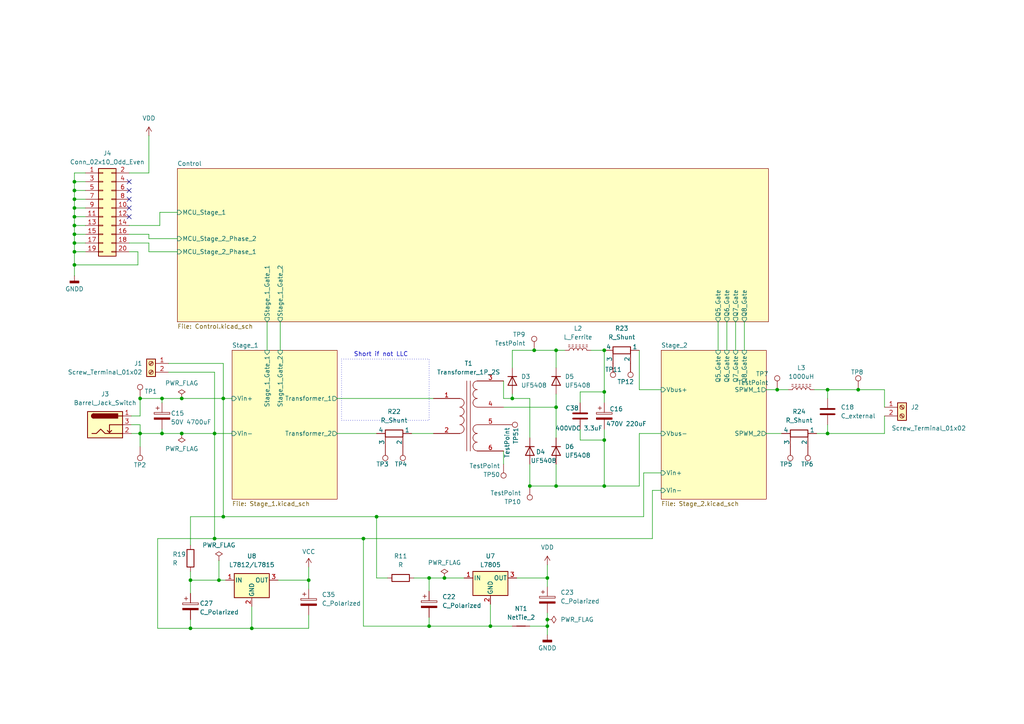
<source format=kicad_sch>
(kicad_sch (version 20250114) (generator "eeschema") (generator_version "9.0")
  (paper "A4")
  (title_block (title "24V DC- 110V AC Converter Overview") (date "2025-05-19"))
  (lib_symbols
    (symbol "Connector:Barrel_Jack_Switch" (pin_names (hide yes))
      (property "Reference" "J" (at 0 5.334 0))
      (property "Value" "Barrel_Jack_Switch" (at 0 -5.08 0))
      (symbol "Barrel_Jack_Switch_0_1"
        (rectangle (start -5.08 3.81) (end 5.08 -3.81) (stroke (width 0.254)) (fill (type background)))
        (polyline (pts (xy -3.81 -2.54) (xy -2.54 -2.54) (xy -1.27 -1.27) (xy 0 -2.54) (xy 2.54 -2.54) (xy 5.08 -2.54)) (stroke (width 0.254)))
        (arc (start -3.302 1.905) (mid -3.9343 2.54) (end -3.302 3.175) (stroke (width 0.254)))
        (arc (start -3.302 1.905) (mid -3.9343 2.54) (end -3.302 3.175) (stroke (width 0.254)) (fill (type outline)))
        (polyline (pts (xy 1.27 -2.286) (xy 1.905 -1.651)) (stroke (width 0.254)))
        (rectangle (start 3.683 3.175) (end -3.302 1.905) (stroke (width 0.254)) (fill (type outline)))
        (polyline (pts (xy 5.08 2.54) (xy 3.81 2.54)) (stroke (width 0.254)))
        (polyline (pts (xy 5.08 0) (xy 1.27 0) (xy 1.27 -2.286) (xy 0.635 -1.651)) (stroke (width 0.254)))
      )
      (symbol "Barrel_Jack_Switch_1_1"
        (pin passive line (at 7.62 2.54 180) (length 2.54) (name "~") (number "1"))
        (pin passive line (at 7.62 0 180) (length 2.54) (name "~") (number "3"))
        (pin passive line (at 7.62 -2.54 180) (length 2.54) (name "~") (number "2"))
      )
    )
    (symbol "Connector:Screw_Terminal_01x02" (pin_names (offset 1.016) (hide yes))
      (property "Reference" "J" (at 0 2.54 0))
      (property "Value" "Screw_Terminal_01x02" (at 0 -5.08 0))
      (symbol "Screw_Terminal_01x02_1_1"
        (rectangle (start -1.27 1.27) (end 1.27 -3.81) (stroke (width 0.254)) (fill (type background)))
        (polyline (pts (xy -0.5334 0.3302) (xy 0.3302 -0.508)) (stroke (width 0.1524)))
        (polyline (pts (xy -0.5334 -2.2098) (xy 0.3302 -3.048)) (stroke (width 0.1524)))
        (polyline (pts (xy -0.3556 0.508) (xy 0.508 -0.3302)) (stroke (width 0.1524)))
        (polyline (pts (xy -0.3556 -2.032) (xy 0.508 -2.8702)) (stroke (width 0.1524)))
        (circle (center 0 0) (radius 0.635) (stroke (width 0.1524)))
        (circle (center 0 -2.54) (radius 0.635) (stroke (width 0.1524)))
        (pin passive line (at -5.08 0 0) (length 3.81) (name "Pin_1") (number "1"))
        (pin passive line (at -5.08 -2.54 0) (length 3.81) (name "Pin_2") (number "2"))
      )
    )
    (symbol "Connector:TestPoint" (pin_numbers (hide yes)) (pin_names (offset 0.762) (hide yes))
      (property "Reference" "TP" (at 0 6.858 0))
      (property "Value" "TestPoint" (at 0 5.08 0))
      (symbol "TestPoint_0_1"
        (circle (center 0 3.302) (radius 0.762))
      )
      (symbol "TestPoint_1_1"
        (pin passive line (at 0 0 90) (length 2.54) (name "1") (number "1"))
      )
    )
    (symbol "Connector_Generic:Conn_02x10_Odd_Even" (pin_names (offset 1.016) (hide yes))
      (property "Reference" "J" (at 1.27 12.7 0))
      (property "Value" "Conn_02x10_Odd_Even" (at 1.27 -15.24 0))
      (symbol "Conn_02x10_Odd_Even_1_1"
        (rectangle (start -1.27 11.43) (end 3.81 -13.97) (stroke (width 0.254)) (fill (type background)))
        (rectangle (start -1.27 10.287) (end 0 10.033) (stroke (width 0.1524)))
        (rectangle (start -1.27 7.747) (end 0 7.493) (stroke (width 0.1524)))
        (rectangle (start -1.27 5.207) (end 0 4.953) (stroke (width 0.1524)))
        (rectangle (start -1.27 2.667) (end 0 2.413) (stroke (width 0.1524)))
        (rectangle (start -1.27 0.127) (end 0 -0.127) (stroke (width 0.1524)))
        (rectangle (start -1.27 -2.413) (end 0 -2.667) (stroke (width 0.1524)))
        (rectangle (start -1.27 -4.953) (end 0 -5.207) (stroke (width 0.1524)))
        (rectangle (start -1.27 -7.493) (end 0 -7.747) (stroke (width 0.1524)))
        (rectangle (start -1.27 -10.033) (end 0 -10.287) (stroke (width 0.1524)))
        (rectangle (start -1.27 -12.573) (end 0 -12.827) (stroke (width 0.1524)))
        (rectangle (start 3.81 10.287) (end 2.54 10.033) (stroke (width 0.1524)))
        (rectangle (start 3.81 7.747) (end 2.54 7.493) (stroke (width 0.1524)))
        (rectangle (start 3.81 5.207) (end 2.54 4.953) (stroke (width 0.1524)))
        (rectangle (start 3.81 2.667) (end 2.54 2.413) (stroke (width 0.1524)))
        (rectangle (start 3.81 0.127) (end 2.54 -0.127) (stroke (width 0.1524)))
        (rectangle (start 3.81 -2.413) (end 2.54 -2.667) (stroke (width 0.1524)))
        (rectangle (start 3.81 -4.953) (end 2.54 -5.207) (stroke (width 0.1524)))
        (rectangle (start 3.81 -7.493) (end 2.54 -7.747) (stroke (width 0.1524)))
        (rectangle (start 3.81 -10.033) (end 2.54 -10.287) (stroke (width 0.1524)))
        (rectangle (start 3.81 -12.573) (end 2.54 -12.827) (stroke (width 0.1524)))
        (pin passive line (at -5.08 10.16 0) (length 3.81) (name "Pin_1") (number "1"))
        (pin passive line (at -5.08 7.62 0) (length 3.81) (name "Pin_3") (number "3"))
        (pin passive line (at -5.08 5.08 0) (length 3.81) (name "Pin_5") (number "5"))
        (pin passive line (at -5.08 2.54 0) (length 3.81) (name "Pin_7") (number "7"))
        (pin passive line (at -5.08 0 0) (length 3.81) (name "Pin_9") (number "9"))
        (pin passive line (at -5.08 -2.54 0) (length 3.81) (name "Pin_11") (number "11"))
        (pin passive line (at -5.08 -5.08 0) (length 3.81) (name "Pin_13") (number "13"))
        (pin passive line (at -5.08 -7.62 0) (length 3.81) (name "Pin_15") (number "15"))
        (pin passive line (at -5.08 -10.16 0) (length 3.81) (name "Pin_17") (number "17"))
        (pin passive line (at -5.08 -12.7 0) (length 3.81) (name "Pin_19") (number "19"))
        (pin passive line (at 7.62 10.16 180) (length 3.81) (name "Pin_2") (number "2"))
        (pin passive line (at 7.62 7.62 180) (length 3.81) (name "Pin_4") (number "4"))
        (pin passive line (at 7.62 5.08 180) (length 3.81) (name "Pin_6") (number "6"))
        (pin passive line (at 7.62 2.54 180) (length 3.81) (name "Pin_8") (number "8"))
        (pin passive line (at 7.62 0 180) (length 3.81) (name "Pin_10") (number "10"))
        (pin passive line (at 7.62 -2.54 180) (length 3.81) (name "Pin_12") (number "12"))
        (pin passive line (at 7.62 -5.08 180) (length 3.81) (name "Pin_14") (number "14"))
        (pin passive line (at 7.62 -7.62 180) (length 3.81) (name "Pin_16") (number "16"))
        (pin passive line (at 7.62 -10.16 180) (length 3.81) (name "Pin_18") (number "18"))
        (pin passive line (at 7.62 -12.7 180) (length 3.81) (name "Pin_20") (number "20"))
      )
    )
    (symbol "Device:C" (pin_numbers (hide yes)) (pin_names (offset 0.254))
      (property "Reference" "C" (at 0.635 2.54 0))
      (property "Value" "C" (at 0.635 -2.54 0))
      (symbol "C_0_1"
        (polyline (pts (xy -2.032 0.762) (xy 2.032 0.762)) (stroke (width 0.508)))
        (polyline (pts (xy -2.032 -0.762) (xy 2.032 -0.762)) (stroke (width 0.508)))
      )
      (symbol "C_1_1"
        (pin passive line (at 0 3.81 270) (length 2.794) (name "~") (number "1"))
        (pin passive line (at 0 -3.81 90) (length 2.794) (name "~") (number "2"))
      )
    )
    (symbol "Device:C_Polarized" (pin_numbers (hide yes)) (pin_names (offset 0.254))
      (property "Reference" "C" (at 0.635 2.54 0))
      (property "Value" "C_Polarized" (at 0.635 -2.54 0))
      (symbol "C_Polarized_0_1"
        (rectangle (start -2.286 0.508) (end 2.286 1.016))
        (polyline (pts (xy -1.778 2.286) (xy -0.762 2.286)))
        (polyline (pts (xy -1.27 2.794) (xy -1.27 1.778)))
        (rectangle (start 2.286 -0.508) (end -2.286 -1.016) (fill (type outline)))
      )
      (symbol "C_Polarized_1_1"
        (pin passive line (at 0 3.81 270) (length 2.794) (name "~") (number "1"))
        (pin passive line (at 0 -3.81 90) (length 2.794) (name "~") (number "2"))
      )
    )
    (symbol "Device:L_Ferrite" (pin_numbers (hide yes)) (pin_names (offset 1.016) (hide yes))
      (property "Reference" "L" (at -1.27 0 90))
      (property "Value" "L_Ferrite" (at 2.794 0 90))
      (symbol "L_Ferrite_0_1"
        (arc (start 0 2.54) (mid 0.6323 1.905) (end 0 1.27))
        (arc (start 0 1.27) (mid 0.6323 0.635) (end 0 0))
        (arc (start 0 0) (mid 0.6323 -0.635) (end 0 -1.27))
        (arc (start 0 -1.27) (mid 0.6323 -1.905) (end 0 -2.54))
        (polyline (pts (xy 1.016 2.286) (xy 1.016 2.794)))
        (polyline (pts (xy 1.016 1.27) (xy 1.016 1.778)))
        (polyline (pts (xy 1.016 0.254) (xy 1.016 0.762)))
        (polyline (pts (xy 1.016 -0.762) (xy 1.016 -0.254)))
        (polyline (pts (xy 1.016 -1.778) (xy 1.016 -1.27)))
        (polyline (pts (xy 1.016 -2.794) (xy 1.016 -2.286)))
        (polyline (pts (xy 1.524 2.794) (xy 1.524 2.286)))
        (polyline (pts (xy 1.524 1.778) (xy 1.524 1.27)))
        (polyline (pts (xy 1.524 0.762) (xy 1.524 0.254)))
        (polyline (pts (xy 1.524 -0.254) (xy 1.524 -0.762)))
        (polyline (pts (xy 1.524 -1.27) (xy 1.524 -1.778)))
        (polyline (pts (xy 1.524 -2.286) (xy 1.524 -2.794)))
      )
      (symbol "L_Ferrite_1_1"
        (pin passive line (at 0 3.81 270) (length 1.27) (name "1") (number "1"))
        (pin passive line (at 0 -3.81 90) (length 1.27) (name "2") (number "2"))
      )
    )
    (symbol "Device:NetTie_2" (pin_numbers (hide yes)) (pin_names (offset 0) (hide yes)) (in_bom no)
      (property "Reference" "NT" (at 0 1.27 0))
      (property "Value" "NetTie_2" (at 0 -1.27 0))
      (symbol "NetTie_2_0_1"
        (polyline (pts (xy -1.27 0) (xy 1.27 0)) (stroke (width 0.254)))
      )
      (symbol "NetTie_2_1_1"
        (pin passive line (at -2.54 0 0) (length 2.54) (name "1") (number "1"))
        (pin passive line (at 2.54 0 180) (length 2.54) (name "2") (number "2"))
      )
    )
    (symbol "Device:R" (pin_numbers (hide yes)) (pin_names (offset 0))
      (property "Reference" "R" (at 2.032 0 90))
      (property "Value" "R" (at 0 0 90))
      (symbol "R_0_1"
        (rectangle (start -1.016 -2.54) (end 1.016 2.54) (stroke (width 0.254)))
      )
      (symbol "R_1_1"
        (pin passive line (at 0 3.81 270) (length 1.27) (name "~") (number "1"))
        (pin passive line (at 0 -3.81 90) (length 1.27) (name "~") (number "2"))
      )
    )
    (symbol "Device:R_Shunt" (pin_numbers (hide yes)) (pin_names (offset 0))
      (property "Reference" "R" (at -4.445 0 90))
      (property "Value" "R_Shunt" (at -2.54 0 90))
      (symbol "R_Shunt_0_1"
        (rectangle (start -1.016 -2.54) (end 1.016 2.54) (stroke (width 0.254)))
        (polyline (pts (xy 0 -2.54) (xy 1.27 -2.54)))
        (polyline (pts (xy 1.27 2.54) (xy 0 2.54)))
      )
      (symbol "R_Shunt_1_1"
        (pin passive line (at 0 5.08 270) (length 2.54) (name "1") (number "1"))
        (pin passive line (at 0 -5.08 90) (length 2.54) (name "4") (number "4"))
        (pin passive line (at 3.81 2.54 180) (length 2.54) (name "2") (number "2"))
        (pin passive line (at 3.81 -2.54 180) (length 2.54) (name "3") (number "3"))
      )
    )
    (symbol "Device:Transformer_1P_2S" (pin_names (offset 1.016) (hide yes))
      (property "Reference" "T" (at 0 12.7 0))
      (property "Value" "Transformer_1P_2S" (at 0 -12.7 0))
      (symbol "Transformer_1P_2S_0_1"
        (arc (start -1.27 3.81) (mid -1.656 2.9336) (end -2.54 2.5654))
        (arc (start -1.27 1.27) (mid -1.656 0.3936) (end -2.54 0.0254))
        (arc (start -1.27 -1.27) (mid -1.656 -2.1464) (end -2.54 -2.5146))
        (arc (start -1.27 -3.81) (mid -1.656 -4.6864) (end -2.54 -5.0546))
        (arc (start -2.54 5.08) (mid -1.642 4.708) (end -1.27 3.81))
        (arc (start -2.54 2.54) (mid -1.642 2.168) (end -1.27 1.27))
        (arc (start -2.54 0) (mid -1.642 -0.372) (end -1.27 -1.27))
        (arc (start -2.54 -2.54) (mid -1.642 -2.912) (end -1.27 -3.81))
        (polyline (pts (xy -0.508 -10.16) (xy -0.508 10.16)))
        (polyline (pts (xy 0.508 10.16) (xy 0.508 -10.16)))
        (arc (start 1.2954 8.89) (mid 1.6457 9.7917) (end 2.54 10.16))
        (arc (start 1.2954 6.35) (mid 1.6457 7.2517) (end 2.54 7.62))
        (arc (start 1.2954 3.81) (mid 1.6457 4.7117) (end 2.54 5.08))
        (arc (start 1.2954 -3.81) (mid 1.6457 -2.9083) (end 2.54 -2.54))
        (arc (start 1.2954 -6.35) (mid 1.6457 -5.4483) (end 2.54 -5.08))
        (arc (start 1.2954 -8.89) (mid 1.6457 -7.9883) (end 2.54 -7.62))
        (arc (start 2.54 7.6454) (mid 1.6599 8.0099) (end 1.2954 8.89))
        (arc (start 2.54 5.1054) (mid 1.6599 5.4699) (end 1.2954 6.35))
        (arc (start 2.54 2.5654) (mid 1.6599 2.9299) (end 1.2954 3.81))
        (arc (start 2.54 -5.0546) (mid 1.6599 -4.6901) (end 1.2954 -3.81))
        (arc (start 2.54 -7.5946) (mid 1.6599 -7.2301) (end 1.2954 -6.35))
        (arc (start 2.54 -10.1346) (mid 1.6599 -9.7701) (end 1.2954 -8.89))
      )
      (symbol "Transformer_1P_2S_1_1"
        (pin passive line (at -10.16 5.08 0) (length 7.62) (name "AA") (number "1"))
        (pin passive line (at -10.16 -5.08 0) (length 7.62) (name "AB") (number "2"))
        (pin passive line (at 10.16 10.16 180) (length 7.62) (name "SA") (number "3"))
        (pin passive line (at 10.16 2.54 180) (length 7.62) (name "SB") (number "4"))
        (pin passive line (at 10.16 -2.54 180) (length 7.62) (name "SC") (number "5"))
        (pin passive line (at 10.16 -10.16 180) (length 7.62) (name "SD") (number "6"))
      )
    )
    (symbol "Diode:UF5408" (pin_numbers (hide yes)) (pin_names (hide yes))
      (property "Reference" "D" (at 0 2.54 0))
      (property "Value" "UF5408" (at 0 -2.54 0))
      (symbol "UF5408_0_1"
        (polyline (pts (xy -1.27 1.27) (xy -1.27 -1.27)) (stroke (width 0.254)))
        (polyline (pts (xy 1.27 1.27) (xy 1.27 -1.27) (xy -1.27 0) (xy 1.27 1.27)) (stroke (width 0.254)))
        (polyline (pts (xy 1.27 0) (xy -1.27 0)))
      )
      (symbol "UF5408_1_1"
        (pin passive line (at -3.81 0 0) (length 2.54) (name "K") (number "1"))
        (pin passive line (at 3.81 0 180) (length 2.54) (name "A") (number "2"))
      )
    )
    (symbol "Regulator_Linear:L7805" (pin_names (offset 0.254))
      (property "Reference" "U" (at -3.81 3.175 0))
      (property "Value" "L7805" (at 0 3.175 0))
      (symbol "L7805_0_1"
        (rectangle (start -5.08 1.905) (end 5.08 -5.08) (stroke (width 0.254)) (fill (type background)))
      )
      (symbol "L7805_1_1"
        (pin power_in line (at -7.62 0 0) (length 2.54) (name "IN") (number "1"))
        (pin power_in line (at 0 -7.62 90) (length 2.54) (name "GND") (number "2"))
        (pin power_out line (at 7.62 0 180) (length 2.54) (name "OUT") (number "3"))
      )
    )
    (symbol "Regulator_Linear:L7812" (pin_names (offset 0.254))
      (property "Reference" "U" (at -3.81 3.175 0))
      (property "Value" "L7812" (at 0 3.175 0))
      (symbol "L7812_0_1"
        (rectangle (start -5.08 1.905) (end 5.08 -5.08) (stroke (width 0.254)) (fill (type background)))
      )
      (symbol "L7812_1_1"
        (pin power_in line (at -7.62 0 0) (length 2.54) (name "IN") (number "1"))
        (pin power_in line (at 0 -7.62 90) (length 2.54) (name "GND") (number "2"))
        (pin power_out line (at 7.62 0 180) (length 2.54) (name "OUT") (number "3"))
      )
    )
    (symbol "power:GNDD" (power) (pin_numbers (hide yes)) (pin_names (offset 0) (hide yes))
      (property "Value" "GNDD" (at 0 -3.175 0))
      (symbol "GNDD_0_1"
        (rectangle (start -1.27 -1.524) (end 1.27 -2.032) (stroke (width 0.254)) (fill (type outline)))
        (polyline (pts (xy 0 0) (xy 0 -1.524)))
      )
      (symbol "GNDD_1_1"
        (pin power_in line (at 0 0 270) (length 0) (name "~") (number "1"))
      )
    )
    (symbol "power:PWR_FLAG" (power) (pin_numbers (hide yes)) (pin_names (offset 0) (hide yes))
      (property "Value" "PWR_FLAG" (at 0 3.81 0))
      (symbol "PWR_FLAG_0_0"
        (pin power_out line (at 0 0 90) (length 0) (name "~") (number "1"))
      )
      (symbol "PWR_FLAG_0_1"
        (polyline (pts (xy 0 0) (xy 0 1.27) (xy -1.016 1.905) (xy 0 2.54) (xy 1.016 1.905) (xy 0 1.27)))
      )
    )
    (symbol "power:VCC" (power) (pin_numbers (hide yes)) (pin_names (offset 0) (hide yes))
      (property "Value" "VCC" (at 0 3.556 0))
      (symbol "VCC_0_1"
        (polyline (pts (xy -0.762 1.27) (xy 0 2.54)))
        (polyline (pts (xy 0 2.54) (xy 0.762 1.27)))
        (polyline (pts (xy 0 0) (xy 0 2.54)))
      )
      (symbol "VCC_1_1"
        (pin power_in line (at 0 0 90) (length 0) (name "~") (number "1"))
      )
    )
    (symbol "power:VDD" (power) (pin_numbers (hide yes)) (pin_names (offset 0) (hide yes))
      (property "Value" "VDD" (at 0 3.556 0))
      (symbol "VDD_0_1"
        (polyline (pts (xy -0.762 1.27) (xy 0 2.54)))
        (polyline (pts (xy 0 2.54) (xy 0.762 1.27)))
        (polyline (pts (xy 0 0) (xy 0 2.54)))
      )
      (symbol "VDD_1_1"
        (pin power_in line (at 0 0 90) (length 0) (name "~") (number "1"))
      )
    )
  )
  (rectangle (start 99.06 104.14) (end 124.46 121.92) (stroke (width 0) (type dot)))
  (text "Short if not LLC" (at 110.49 102.87 0) (effects (font (size 1.27 1.27))))
  (junction (at 21.59 76.835))
  (junction (at 55.245 182.245))
  (junction (at 21.59 57.785))
  (junction (at 64.77 115.57))
  (junction (at 240.03 125.73))
  (junction (at 21.59 62.865))
  (junction (at 62.23 125.73))
  (junction (at 175.26 140.97))
  (junction (at 225.425 113.03))
  (junction (at 21.59 60.325))
  (junction (at 124.46 167.64))
  (junction (at 175.26 127.635))
  (junction (at 52.705 115.57))
  (junction (at 21.59 55.245))
  (junction (at 21.59 67.945))
  (junction (at 40.64 115.57))
  (junction (at 154.94 101.6))
  (junction (at 52.705 125.73))
  (junction (at 128.905 167.64))
  (junction (at 105.41 156.21))
  (junction (at 21.59 73.025))
  (junction (at 142.24 181.61))
  (junction (at 64.77 149.86))
  (junction (at 55.245 168.275))
  (junction (at 158.75 181.61))
  (junction (at 148.59 115.57))
  (junction (at 73.025 182.245))
  (junction (at 40.64 125.73))
  (junction (at 62.23 156.21))
  (junction (at 175.26 113.665))
  (junction (at 161.29 118.11))
  (junction (at 158.75 179.705))
  (junction (at 63.5 168.275))
  (junction (at 153.67 140.97))
  (junction (at 21.59 52.705))
  (junction (at 158.75 167.64))
  (junction (at 46.99 115.57))
  (junction (at 46.99 125.73))
  (junction (at 240.03 113.03))
  (junction (at 89.535 168.275))
  (junction (at 21.59 65.405))
  (junction (at 21.59 70.485))
  (junction (at 175.26 101.6))
  (junction (at 161.29 140.97))
  (junction (at 161.29 101.6))
  (junction (at 248.92 113.03))
  (junction (at 124.46 181.61))
  (junction (at 109.22 149.86))
  (no_connect (at 37.465 55.245))
  (no_connect (at 37.465 57.785))
  (no_connect (at 37.465 62.865))
  (no_connect (at 37.465 52.705))
  (no_connect (at 37.465 60.325))
  (wire (pts (xy 40.64 120.65) (xy 38.1 120.65)))
  (wire (pts (xy 45.72 182.245) (xy 45.72 156.21)))
  (wire (pts (xy 236.22 113.03) (xy 240.03 113.03)))
  (wire (pts (xy 51.435 61.595) (xy 46.355 61.595)))
  (wire (pts (xy 43.18 73.025) (xy 51.435 73.025)))
  (wire (pts (xy 161.29 140.97) (xy 175.26 140.97)))
  (wire (pts (xy 215.9 93.345) (xy 215.9 101.6)))
  (wire (pts (xy 171.45 101.6) (xy 175.26 101.6)))
  (wire (pts (xy 37.465 70.485) (xy 43.18 70.485)))
  (wire (pts (xy 62.23 125.73) (xy 67.31 125.73)))
  (wire (pts (xy 161.29 118.11) (xy 161.29 127)))
  (wire (pts (xy 153.67 115.57) (xy 148.59 115.57)))
  (wire (pts (xy 256.54 120.65) (xy 256.54 125.73)))
  (wire (pts (xy 52.705 125.73) (xy 62.23 125.73)))
  (wire (pts (xy 109.22 149.86) (xy 64.77 149.86)))
  (wire (pts (xy 89.535 168.275) (xy 89.535 170.815)))
  (wire (pts (xy 64.77 105.41) (xy 48.895 105.41)))
  (wire (pts (xy 40.64 115.57) (xy 46.99 115.57)))
  (wire (pts (xy 55.245 158.115) (xy 55.245 149.86)))
  (wire (pts (xy 21.59 65.405) (xy 21.59 67.945)))
  (wire (pts (xy 124.46 167.64) (xy 128.905 167.64)))
  (wire (pts (xy 81.28 93.345) (xy 81.28 101.6)))
  (wire (pts (xy 161.29 114.3) (xy 161.29 118.11)))
  (wire (pts (xy 21.59 57.785) (xy 21.59 60.325)))
  (wire (pts (xy 40.64 125.73) (xy 46.99 125.73)))
  (wire (pts (xy 158.75 181.61) (xy 158.75 179.705)))
  (wire (pts (xy 175.26 124.46) (xy 175.26 127.635)))
  (wire (pts (xy 158.75 163.83) (xy 158.75 167.64)))
  (wire (pts (xy 43.18 39.37) (xy 43.18 50.165)))
  (wire (pts (xy 37.465 73.025) (xy 40.005 73.025)))
  (wire (pts (xy 185.42 113.03) (xy 191.77 113.03)))
  (wire (pts (xy 55.245 168.275) (xy 63.5 168.275)))
  (wire (pts (xy 189.23 142.24) (xy 189.23 156.21)))
  (wire (pts (xy 191.77 137.16) (xy 186.69 137.16)))
  (wire (pts (xy 240.03 113.03) (xy 240.03 115.57)))
  (wire (pts (xy 40.64 115.57) (xy 40.64 120.65)))
  (wire (pts (xy 64.77 115.57) (xy 67.31 115.57)))
  (wire (pts (xy 153.67 134.62) (xy 153.67 140.97)))
  (wire (pts (xy 146.05 130.81) (xy 146.05 134.62)))
  (wire (pts (xy 24.765 50.165) (xy 21.59 50.165)))
  (wire (pts (xy 153.67 115.57) (xy 153.67 127)))
  (wire (pts (xy 240.03 113.03) (xy 248.92 113.03)))
  (wire (pts (xy 146.05 115.57) (xy 148.59 115.57)))
  (wire (pts (xy 161.29 140.97) (xy 161.29 134.62)))
  (wire (pts (xy 105.41 181.61) (xy 105.41 156.21)))
  (wire (pts (xy 124.46 179.07) (xy 124.46 181.61)))
  (wire (pts (xy 148.59 101.6) (xy 154.94 101.6)))
  (wire (pts (xy 46.99 115.57) (xy 52.705 115.57)))
  (wire (pts (xy 175.26 127.635) (xy 175.26 140.97)))
  (wire (pts (xy 55.245 179.705) (xy 55.245 182.245)))
  (wire (pts (xy 186.69 137.16) (xy 186.69 149.86)))
  (wire (pts (xy 21.59 62.865) (xy 21.59 65.405)))
  (wire (pts (xy 158.75 179.705) (xy 158.75 177.8)))
  (wire (pts (xy 43.18 70.485) (xy 43.18 73.025)))
  (wire (pts (xy 21.59 55.245) (xy 24.765 55.245)))
  (wire (pts (xy 128.905 167.64) (xy 134.62 167.64)))
  (wire (pts (xy 124.46 171.45) (xy 124.46 167.64)))
  (wire (pts (xy 124.46 181.61) (xy 105.41 181.61)))
  (wire (pts (xy 185.42 101.6) (xy 185.42 113.03)))
  (wire (pts (xy 24.765 70.485) (xy 21.59 70.485)))
  (wire (pts (xy 63.5 162.56) (xy 63.5 168.275)))
  (wire (pts (xy 55.245 149.86) (xy 64.77 149.86)))
  (wire (pts (xy 62.23 156.21) (xy 62.23 125.73)))
  (wire (pts (xy 148.59 106.68) (xy 148.59 101.6)))
  (wire (pts (xy 52.705 115.57) (xy 64.77 115.57)))
  (wire (pts (xy 248.92 113.03) (xy 256.54 113.03)))
  (wire (pts (xy 109.22 149.86) (xy 109.22 167.64)))
  (wire (pts (xy 105.41 156.21) (xy 189.23 156.21)))
  (wire (pts (xy 161.29 101.6) (xy 163.83 101.6)))
  (wire (pts (xy 225.425 113.03) (xy 228.6 113.03)))
  (wire (pts (xy 175.26 101.6) (xy 175.26 113.665)))
  (wire (pts (xy 105.41 156.21) (xy 62.23 156.21)))
  (wire (pts (xy 109.22 149.86) (xy 186.69 149.86)))
  (wire (pts (xy 21.59 52.705) (xy 21.59 55.245)))
  (wire (pts (xy 146.05 118.11) (xy 161.29 118.11)))
  (wire (pts (xy 45.72 156.21) (xy 62.23 156.21)))
  (wire (pts (xy 37.465 65.405) (xy 46.355 65.405)))
  (wire (pts (xy 89.535 164.465) (xy 89.535 168.275)))
  (wire (pts (xy 240.03 125.73) (xy 240.03 123.19)))
  (wire (pts (xy 142.24 181.61) (xy 142.24 175.26)))
  (wire (pts (xy 24.765 52.705) (xy 21.59 52.705)))
  (wire (pts (xy 64.77 149.86) (xy 64.77 115.57)))
  (wire (pts (xy 40.64 123.19) (xy 40.64 125.73)))
  (wire (pts (xy 146.05 110.49) (xy 146.05 115.57)))
  (wire (pts (xy 109.22 167.64) (xy 112.395 167.64)))
  (wire (pts (xy 37.465 50.165) (xy 43.18 50.165)))
  (wire (pts (xy 55.245 165.735) (xy 55.245 168.275)))
  (wire (pts (xy 153.67 140.97) (xy 161.29 140.97)))
  (wire (pts (xy 148.59 115.57) (xy 148.59 114.3)))
  (wire (pts (xy 40.64 125.73) (xy 40.64 129.54)))
  (wire (pts (xy 46.99 115.57) (xy 46.99 116.84)))
  (wire (pts (xy 154.94 101.6) (xy 161.29 101.6)))
  (wire (pts (xy 168.275 113.665) (xy 175.26 113.665)))
  (wire (pts (xy 62.23 107.95) (xy 62.23 125.73)))
  (wire (pts (xy 48.895 107.95) (xy 62.23 107.95)))
  (wire (pts (xy 80.645 168.275) (xy 89.535 168.275)))
  (wire (pts (xy 191.77 125.73) (xy 185.42 125.73)))
  (wire (pts (xy 213.36 93.345) (xy 213.36 101.6)))
  (wire (pts (xy 149.86 167.64) (xy 158.75 167.64)))
  (wire (pts (xy 73.025 182.245) (xy 89.535 182.245)))
  (wire (pts (xy 256.54 113.03) (xy 256.54 118.11)))
  (wire (pts (xy 175.26 113.665) (xy 175.26 116.84)))
  (wire (pts (xy 43.18 67.945) (xy 43.18 69.215)))
  (wire (pts (xy 38.1 123.19) (xy 40.64 123.19)))
  (wire (pts (xy 191.77 142.24) (xy 189.23 142.24)))
  (wire (pts (xy 55.245 172.085) (xy 55.245 168.275)))
  (wire (pts (xy 21.59 65.405) (xy 24.765 65.405)))
  (wire (pts (xy 222.25 125.73) (xy 226.695 125.73)))
  (wire (pts (xy 236.855 125.73) (xy 240.03 125.73)))
  (wire (pts (xy 158.75 181.61) (xy 158.75 184.15)))
  (wire (pts (xy 168.275 116.84) (xy 168.275 113.665)))
  (wire (pts (xy 21.59 55.245) (xy 21.59 57.785)))
  (wire (pts (xy 43.18 69.215) (xy 51.435 69.215)))
  (wire (pts (xy 168.275 124.46) (xy 168.275 127.635)))
  (wire (pts (xy 21.59 67.945) (xy 21.59 70.485)))
  (wire (pts (xy 55.245 182.245) (xy 45.72 182.245)))
  (wire (pts (xy 21.59 50.165) (xy 21.59 52.705)))
  (wire (pts (xy 21.59 73.025) (xy 21.59 76.835)))
  (wire (pts (xy 46.99 125.73) (xy 46.99 124.46)))
  (wire (pts (xy 97.79 115.57) (xy 125.73 115.57)))
  (wire (pts (xy 21.59 62.865) (xy 24.765 62.865)))
  (wire (pts (xy 210.82 93.345) (xy 210.82 101.6)))
  (wire (pts (xy 46.355 65.405) (xy 46.355 61.595)))
  (wire (pts (xy 153.67 181.61) (xy 158.75 181.61)))
  (wire (pts (xy 208.28 93.345) (xy 208.28 101.6)))
  (wire (pts (xy 97.79 125.73) (xy 109.22 125.73)))
  (wire (pts (xy 21.59 73.025) (xy 24.765 73.025)))
  (wire (pts (xy 21.59 60.325) (xy 21.59 62.865)))
  (wire (pts (xy 222.25 113.03) (xy 225.425 113.03)))
  (wire (pts (xy 73.025 182.245) (xy 55.245 182.245)))
  (wire (pts (xy 21.59 67.945) (xy 24.765 67.945)))
  (wire (pts (xy 175.26 140.97) (xy 185.42 140.97)))
  (wire (pts (xy 161.29 101.6) (xy 161.29 106.68)))
  (wire (pts (xy 185.42 125.73) (xy 185.42 140.97)))
  (wire (pts (xy 64.77 105.41) (xy 64.77 115.57)))
  (wire (pts (xy 21.59 70.485) (xy 21.59 73.025)))
  (wire (pts (xy 73.025 182.245) (xy 73.025 175.895)))
  (wire (pts (xy 240.03 125.73) (xy 256.54 125.73)))
  (wire (pts (xy 158.75 167.64) (xy 158.75 170.18)))
  (wire (pts (xy 119.38 125.73) (xy 125.73 125.73)))
  (wire (pts (xy 120.015 167.64) (xy 124.46 167.64)))
  (wire (pts (xy 77.47 93.345) (xy 77.47 101.6)))
  (wire (pts (xy 46.99 125.73) (xy 52.705 125.73)))
  (wire (pts (xy 21.59 60.325) (xy 24.765 60.325)))
  (wire (pts (xy 38.1 125.73) (xy 40.64 125.73)))
  (wire (pts (xy 21.59 57.785) (xy 24.765 57.785)))
  (wire (pts (xy 21.59 76.835) (xy 21.59 80.01)))
  (wire (pts (xy 40.005 73.025) (xy 40.005 76.835)))
  (wire (pts (xy 168.275 127.635) (xy 175.26 127.635)))
  (wire (pts (xy 37.465 67.945) (xy 43.18 67.945)))
  (wire (pts (xy 63.5 168.275) (xy 65.405 168.275)))
  (wire (pts (xy 89.535 182.245) (xy 89.535 178.435)))
  (wire (pts (xy 142.24 181.61) (xy 124.46 181.61)))
  (wire (pts (xy 142.24 181.61) (xy 148.59 181.61)))
  (wire (pts (xy 21.59 76.835) (xy 40.005 76.835)))
  (symbol (lib_id "Diode:UF5408") (at 148.59 110.49 270) (unit 1)
    (property "Reference" "D3" (at 151.13 109.2199 90) (effects (justify left)))
    (property "Value" "UF5408" (at 151.13 111.7599 90) (effects (justify left)))
    (property "Footprint" "Diode_THT:D_DO-201AD_P15.24mm_Horizontal" (effects (hide yes)))
    (property "Datasheet" "http://www.vishay.com/docs/88756/uf5400.pdf" (effects (hide yes)))
    (property "Description" "1000V 3A Soft Recovery Ultrafast Rectifier Diode, DO-201AD" (effects (hide yes)))
    (property "Sim.Device" "D" (effects (hide yes)))
    (property "Sim.Pins" "1=K 2=A" (effects (hide yes)))
  )
  (symbol (lib_id "Device:Transformer_1P_2S") (at 135.89 120.65 0) (unit 1)
    (property "Reference" "T1" (at 135.89 105.41 0))
    (property "Value" "Transformer_1P_2S" (at 135.89 107.95 0))
    (property "Footprint" "GB2:Transformer_GB2_Horizontal" (effects (hide yes)))
    (property "Description" "Transformer, single primary, dual secondary" (effects (hide yes)))
  )
  (symbol (lib_id "Device:C_Polarized") (at 124.46 175.26 0) (unit 1)
    (property "Reference" "C22" (at 128.27 173.1009 0) (effects (justify left)))
    (property "Value" "C_Polarized" (at 128.27 175.6409 0) (effects (justify left)))
    (property "Footprint" "Capacitor_THT:CP_Radial_D10.0mm_P2.50mm_P5.00mm" (effects (hide yes)))
    (property "Description" "Polarized capacitor" (effects (hide yes)))
  )
  (symbol (lib_id "Device:C_Polarized") (at 89.535 174.625 0) (unit 1)
    (property "Reference" "C35" (at 93.345 172.4659 0) (effects (justify left)))
    (property "Value" "C_Polarized" (at 93.345 175.0059 0) (effects (justify left)))
    (property "Footprint" "Capacitor_THT:CP_Radial_D10.0mm_P2.50mm_P5.00mm" (effects (hide yes)))
    (property "Description" "Polarized capacitor" (effects (hide yes)))
  )
  (symbol (lib_id "Connector:TestPoint") (at 153.67 140.97 180) (unit 1)
    (property "Reference" "TP10" (at 151.13 145.5421 0) (effects (justify left)))
    (property "Value" "TestPoint" (at 151.13 143.0021 0) (effects (justify left)))
    (property "Footprint" "Connector_Pin:Pin_D1.0mm_L10.0mm" (effects (hide yes)))
    (property "Description" "test point" (effects (hide yes)))
  )
  (symbol (lib_id "Diode:UF5408") (at 161.29 110.49 270) (unit 1)
    (property "Reference" "D5" (at 163.83 109.2199 90) (effects (justify left)))
    (property "Value" "UF5408" (at 163.83 111.7599 90) (effects (justify left)))
    (property "Footprint" "Diode_THT:D_DO-201AD_P15.24mm_Horizontal" (effects (hide yes)))
    (property "Datasheet" "http://www.vishay.com/docs/88756/uf5400.pdf" (effects (hide yes)))
    (property "Description" "1000V 3A Soft Recovery Ultrafast Rectifier Diode, DO-201AD" (effects (hide yes)))
    (property "Sim.Device" "D" (effects (hide yes)))
    (property "Sim.Pins" "1=K 2=A" (effects (hide yes)))
  )
  (symbol (lib_id "Connector:Screw_Terminal_01x02") (at 261.62 118.11 0) (unit 1)
    (property "Reference" "J2" (at 264.16 118.1099 0) (effects (justify left)))
    (property "Value" "Screw_Terminal_01x02" (at 258.572 124.206 0) (effects (justify left)))
    (property "Footprint" "TerminalBlock_Dinkle:TerminalBlock_Dinkle_DT-55-B01X-02_P10.00mm" (effects (hide yes)))
    (property "Description" "Generic screw terminal, single row, 01x02, script generated (kicad-library-utils/schlib/autogen/connector/)" (effects (hide yes)))
  )
  (symbol (lib_id "power:PWR_FLAG") (at 52.705 115.57 0) (unit 1)
    (property "Reference" "#FLG04" (effects (hide yes)))
    (property "Value" "PWR_FLAG" (at 52.705 111.125 0))
    (property "Description" "Special symbol for telling ERC where power comes from" (effects (hide yes)))
  )
  (symbol (lib_id "Regulator_Linear:L7812") (at 73.025 168.275 0) (unit 1)
    (property "Reference" "U8" (at 73.025 161.29 0))
    (property "Value" "L7812/L7815" (at 73.025 163.83 0))
    (property "Footprint" "Package_TO_SOT_THT:TO-220-3_Vertical" (effects (hide yes)))
    (property "Datasheet" "http://www.st.com/content/ccc/resource/technical/document/datasheet/41/4f/b3/b0/12/d4/47/88/CD00000444.pdf/files/CD00000444.pdf/jcr:content/translations/en.CD00000444.pdf" (effects (hide yes)))
    (property "Description" "Positive 1.5A 35V Linear Regulator, Fixed Output 12V, TO-220/TO-263/TO-252" (effects (hide yes)))
  )
  (symbol (lib_id "Device:L_Ferrite") (at 232.41 113.03 90) (unit 1)
    (property "Reference" "L3" (at 232.41 106.68 90))
    (property "Value" "1000uH" (at 232.41 109.22 90))
    (property "Footprint" "Inductor_THT:L_Toroid_Vertical_L21.6mm_W8.4mm_P8.38mm_Pulse_G" (effects (hide yes)))
    (property "Description" "Inductor with ferrite core" (effects (hide yes)))
  )
  (symbol (lib_id "power:VDD") (at 158.75 163.83 0) (unit 1)
    (property "Reference" "#PWR01" (effects (hide yes)))
    (property "Value" "VDD" (at 158.75 158.75 0))
    (property "Description" "Power symbol creates a global label with name \"VDD\"" (effects (hide yes)))
  )
  (symbol (lib_id "power:PWR_FLAG") (at 158.75 179.705 270) (unit 1)
    (property "Reference" "#FLG01" (effects (hide yes)))
    (property "Value" "PWR_FLAG" (at 162.56 179.7049 90) (effects (justify left)))
    (property "Description" "Special symbol for telling ERC where power comes from" (effects (hide yes)))
  )
  (symbol (lib_id "Connector:TestPoint") (at 154.94 101.6 0) (mirror y) (unit 1)
    (property "Reference" "TP9" (at 152.4 97.0279 0) (effects (justify left)))
    (property "Value" "TestPoint" (at 152.4 99.5679 0) (effects (justify left)))
    (property "Footprint" "Connector_Pin:Pin_D1.0mm_L10.0mm" (effects (hide yes)))
    (property "Description" "test point" (effects (hide yes)))
  )
  (symbol (lib_id "power:GNDD") (at 158.75 184.15 0) (unit 1)
    (property "Reference" "#PWR02" (effects (hide yes)))
    (property "Value" "GNDD" (at 158.75 187.96 0))
    (property "Description" "Power symbol creates a global label with name \"GNDD\" , digital ground" (effects (hide yes)))
  )
  (symbol (lib_id "power:VDD") (at 43.18 39.37 0) (unit 1)
    (property "Reference" "#PWR021" (effects (hide yes)))
    (property "Value" "VDD" (at 43.18 34.29 0))
    (property "Description" "Power symbol creates a global label with name \"VDD\"" (effects (hide yes)))
  )
  (symbol (lib_id "Device:C_Polarized") (at 46.99 120.65 0) (unit 1)
    (property "Reference" "C15" (at 49.53 119.888 0) (effects (justify left)))
    (property "Value" "50V 4700uF" (at 49.53 122.428 0) (effects (justify left)))
    (property "Footprint" "Capacitor_THT:CP_Radial_D16.0mm_P7.50mm" (effects (hide yes)))
    (property "Description" "Polarized capacitor" (effects (hide yes)))
  )
  (symbol (lib_id "Device:C_Polarized") (at 55.245 175.895 0) (unit 1)
    (property "Reference" "C27" (at 57.912 175.006 0) (effects (justify left)))
    (property "Value" "C_Polarized" (at 57.912 177.546 0) (effects (justify left)))
    (property "Footprint" "Capacitor_THT:CP_Radial_D10.0mm_P2.50mm_P5.00mm" (effects (hide yes)))
    (property "Description" "Polarized capacitor" (effects (hide yes)))
  )
  (symbol (lib_id "Device:R_Shunt") (at 231.775 125.73 270) (unit 1)
    (property "Reference" "R24" (at 231.775 119.38 90))
    (property "Value" "R_Shunt" (at 231.775 121.92 90))
    (property "Footprint" "Resistor_THT:R_Axial_Shunt_L22.2mm_W8.0mm_PS14.30mm_P25.40mm" (effects (hide yes)))
    (property "Description" "Shunt resistor" (effects (hide yes)))
  )
  (symbol (lib_id "power:PWR_FLAG") (at 128.905 167.64 0) (unit 1)
    (property "Reference" "#FLG02" (effects (hide yes)))
    (property "Value" "PWR_FLAG" (at 128.905 163.195 0))
    (property "Description" "Special symbol for telling ERC where power comes from" (effects (hide yes)))
  )
  (symbol (lib_id "Connector:TestPoint") (at 248.92 113.03 0) (mirror y) (unit 1)
    (property "Reference" "TP8" (at 250.444 107.95 0) (effects (justify left)))
    (property "Value" "TestPoint" (effects (hide yes)))
    (property "Footprint" "Connector_Pin:Pin_D1.0mm_L10.0mm" (effects (hide yes)))
    (property "Description" "test point" (effects (hide yes)))
  )
  (symbol (lib_id "power:GNDD") (at 21.59 80.01 0) (unit 1)
    (property "Reference" "#PWR020" (effects (hide yes)))
    (property "Value" "GNDD" (at 21.59 83.82 0))
    (property "Description" "Power symbol creates a global label with name \"GNDD\" , digital ground" (effects (hide yes)))
  )
  (symbol (lib_id "Device:NetTie_2") (at 151.13 181.61 0) (unit 1) (in_bom no)
    (property "Reference" "NT1" (at 151.13 176.53 0))
    (property "Value" "NetTie_2" (at 151.13 179.07 0))
    (property "Footprint" "NetTie:NetTie-2_SMD_Pad2.0mm" (effects (hide yes)))
    (property "Description" "Net tie, 2 pins" (effects (hide yes)))
  )
  (symbol (lib_id "Device:C_Polarized") (at 175.26 120.65 0) (unit 1)
    (property "Reference" "C16" (at 176.784 118.618 0) (effects (justify left)))
    (property "Value" "470V 220uF" (at 175.768 122.936 0) (effects (justify left)))
    (property "Footprint" "Capacitor_THT:CP_Radial_D22.0mm_P10.00mm_SnapIn" (effects (hide yes)))
    (property "Description" "Polarized capacitor" (effects (hide yes)))
  )
  (symbol (lib_id "Connector:TestPoint") (at 225.425 113.03 0) (mirror y) (unit 1)
    (property "Reference" "TP7" (at 222.885 108.4579 0) (effects (justify left)))
    (property "Value" "TestPoint" (at 222.885 110.9979 0) (effects (justify left)))
    (property "Footprint" "Connector_Pin:Pin_D1.0mm_L10.0mm" (effects (hide yes)))
    (property "Description" "test point" (effects (hide yes)))
  )
  (symbol (lib_id "Diode:UF5408") (at 153.67 130.81 270) (unit 1)
    (property "Reference" "D4" (at 155.448 131.064 90) (effects (justify left)))
    (property "Value" "UF5408" (at 153.924 133.604 90) (effects (justify left)))
    (property "Footprint" "Diode_THT:D_DO-201AD_P15.24mm_Horizontal" (effects (hide yes)))
    (property "Datasheet" "http://www.vishay.com/docs/88756/uf5400.pdf" (effects (hide yes)))
    (property "Description" "1000V 3A Soft Recovery Ultrafast Rectifier Diode, DO-201AD" (effects (hide yes)))
    (property "Sim.Device" "D" (effects (hide yes)))
    (property "Sim.Pins" "1=K 2=A" (effects (hide yes)))
  )
  (symbol (lib_id "Device:L_Ferrite") (at 167.64 101.6 90) (unit 1)
    (property "Reference" "L2" (at 167.64 95.25 90))
    (property "Value" "L_Ferrite" (at 167.64 97.79 90))
    (property "Footprint" "Inductor_THT:L_Toroid_Vertical_L21.6mm_W8.4mm_P8.38mm_Pulse_G" (effects (hide yes)))
    (property "Description" "Inductor with ferrite core" (effects (hide yes)))
  )
  (symbol (lib_id "Device:C") (at 240.03 119.38 180) (unit 1) (on_board no)
    (property "Reference" "C18" (at 243.84 118.1099 0) (effects (justify right)))
    (property "Value" "C_external" (at 243.84 120.6499 0) (effects (justify right)))
    (property "Description" "Unpolarized capacitor" (effects (hide yes)))
  )
  (symbol (lib_id "Device:C_Polarized") (at 158.75 173.99 0) (unit 1)
    (property "Reference" "C23" (at 162.56 171.8309 0) (effects (justify left)))
    (property "Value" "C_Polarized" (at 162.56 174.3709 0) (effects (justify left)))
    (property "Footprint" "Capacitor_THT:CP_Radial_D10.0mm_P2.50mm_P5.00mm" (effects (hide yes)))
    (property "Description" "Polarized capacitor" (effects (hide yes)))
  )
  (symbol (lib_id "Connector:TestPoint") (at 177.8 105.41 180) (unit 1)
    (property "Reference" "TP11" (at 180.34 107.188 0) (effects (justify left)))
    (property "Value" "TestPoint" (effects (hide yes)))
    (property "Footprint" "Connector_Pin:Pin_D1.0mm_L10.0mm" (effects (hide yes)))
    (property "Description" "test point" (effects (hide yes)))
  )
  (symbol (lib_id "Device:R") (at 116.205 167.64 270) (unit 1)
    (property "Reference" "R11" (at 116.205 161.29 90))
    (property "Value" "R" (at 116.205 163.83 90))
    (property "Footprint" "Resistor_THT:R_Axial_DIN0204_L3.6mm_D1.6mm_P7.62mm_Horizontal" (effects (hide yes)))
    (property "Description" "Resistor" (effects (hide yes)))
  )
  (symbol (lib_id "Connector:Barrel_Jack_Switch") (at 30.48 123.19 0) (unit 1)
    (property "Reference" "J3" (at 30.48 114.3 0))
    (property "Value" "Barrel_Jack_Switch" (at 30.48 116.84 0))
    (property "Footprint" "Connector_BarrelJack:BarrelJack_GCT_DCJ200-10-A_Horizontal" (effects (hide yes)))
    (property "Description" "DC Barrel Jack with an internal switch" (effects (hide yes)))
  )
  (symbol (lib_id "Connector:TestPoint") (at 234.315 129.54 180) (unit 1)
    (property "Reference" "TP6" (at 235.966 134.62 0) (effects (justify left)))
    (property "Value" "TestPoint" (effects (hide yes)))
    (property "Footprint" "Connector_Pin:Pin_D1.0mm_L10.0mm" (effects (hide yes)))
    (property "Description" "test point" (effects (hide yes)))
  )
  (symbol (lib_id "Connector_Generic:Conn_02x10_Odd_Even") (at 29.845 60.325 0) (unit 1)
    (property "Reference" "J4" (at 31.115 44.45 0))
    (property "Value" "Conn_02x10_Odd_Even" (at 31.115 46.99 0))
    (property "Footprint" "Connector_PinHeader_2.54mm:PinHeader_2x10_P2.54mm_Vertical" (effects (hide yes)))
    (property "Description" "Generic connector, double row, 02x10, odd/even pin numbering scheme (row 1 odd numbers, row 2 even numbers), script generated (kicad-library-utils/schlib/autogen/connector/)" (effects (hide yes)))
  )
  (symbol (lib_id "Connector:TestPoint") (at 40.64 115.57 0) (unit 1)
    (property "Reference" "TP1" (at 41.91 113.538 0) (effects (justify left)))
    (property "Value" "TestPoint" (effects (hide yes)))
    (property "Footprint" "Connector_Pin:Pin_D1.0mm_L10.0mm" (effects (hide yes)))
    (property "Description" "test point" (effects (hide yes)))
  )
  (symbol (lib_id "Connector:TestPoint") (at 182.88 105.41 180) (unit 1)
    (property "Reference" "TP12" (at 183.896 110.744 0) (effects (justify left)))
    (property "Value" "TestPoint" (effects (hide yes)))
    (property "Footprint" "Connector_Pin:Pin_D1.0mm_L10.0mm" (effects (hide yes)))
    (property "Description" "test point" (effects (hide yes)))
  )
  (symbol (lib_id "Device:R_Shunt") (at 114.3 125.73 270) (unit 1)
    (property "Reference" "R22" (at 114.3 119.38 90))
    (property "Value" "R_Shunt" (at 114.3 121.92 90))
    (property "Footprint" "Resistor_THT:R_Axial_Shunt_L22.2mm_W8.0mm_PS14.30mm_P25.40mm" (effects (hide yes)))
    (property "Description" "Shunt resistor" (effects (hide yes)))
  )
  (symbol (lib_id "power:VCC") (at 89.535 164.465 0) (unit 1)
    (property "Reference" "#PWR014" (effects (hide yes)))
    (property "Value" "VCC" (at 89.535 160.02 0))
    (property "Description" "Power symbol creates a global label with name \"VCC\"" (effects (hide yes)))
  )
  (symbol (lib_id "Device:C") (at 168.275 120.65 0) (mirror x) (unit 1)
    (property "Reference" "C38" (at 167.894 118.364 0) (effects (justify right)))
    (property "Value" "400VDC 3.3uF" (at 174.752 124.206 0) (effects (justify right)))
    (property "Footprint" "Capacitor_THT:C_Rect_L33.0mm_W15.0mm_P27.50mm_MKS4" (effects (hide yes)))
    (property "Description" "Unpolarized capacitor" (effects (hide yes)))
  )
  (symbol (lib_id "Connector:TestPoint") (at 146.05 123.19 270) (unit 1)
    (property "Reference" "TP51" (at 149.606 123.952 0) (effects (justify left)))
    (property "Value" "TestPoint" (at 147.066 123.952 0) (effects (justify left)))
    (property "Footprint" "Connector_Pin:Pin_D1.0mm_L10.0mm" (effects (hide yes)))
    (property "Description" "test point" (effects (hide yes)))
  )
  (symbol (lib_id "Connector:TestPoint") (at 146.05 134.62 180) (unit 1)
    (property "Reference" "TP50" (at 145.034 137.668 0) (effects (justify left)))
    (property "Value" "TestPoint" (at 145.034 135.128 0) (effects (justify left)))
    (property "Footprint" "Connector_Pin:Pin_D1.0mm_L10.0mm" (effects (hide yes)))
    (property "Description" "test point" (effects (hide yes)))
  )
  (symbol (lib_id "Device:R") (at 55.245 161.925 180) (unit 1)
    (property "Reference" "R19" (at 50.038 160.782 0) (effects (justify right)))
    (property "Value" "R" (at 50.038 163.322 0) (effects (justify right)))
    (property "Footprint" "Resistor_THT:R_Axial_DIN0204_L3.6mm_D1.6mm_P7.62mm_Horizontal" (effects (hide yes)))
    (property "Description" "Resistor" (effects (hide yes)))
  )
  (symbol (lib_id "Diode:UF5408") (at 161.29 130.81 270) (unit 1)
    (property "Reference" "D6" (at 163.83 129.5399 90) (effects (justify left)))
    (property "Value" "UF5408" (at 163.83 132.0799 90) (effects (justify left)))
    (property "Footprint" "Diode_THT:D_DO-201AD_P15.24mm_Horizontal" (effects (hide yes)))
    (property "Datasheet" "http://www.vishay.com/docs/88756/uf5400.pdf" (effects (hide yes)))
    (property "Description" "1000V 3A Soft Recovery Ultrafast Rectifier Diode, DO-201AD" (effects (hide yes)))
    (property "Sim.Device" "D" (effects (hide yes)))
    (property "Sim.Pins" "1=K 2=A" (effects (hide yes)))
  )
  (symbol (lib_id "power:PWR_FLAG") (at 52.705 125.73 0) (mirror x) (unit 1)
    (property "Reference" "#FLG05" (effects (hide yes)))
    (property "Value" "PWR_FLAG" (at 52.705 130.175 0))
    (property "Description" "Special symbol for telling ERC where power comes from" (effects (hide yes)))
  )
  (symbol (lib_id "Connector:TestPoint") (at 40.64 129.54 180) (unit 1)
    (property "Reference" "TP2" (at 42.418 134.874 0) (effects (justify left)))
    (property "Value" "TestPoint" (effects (hide yes)))
    (property "Footprint" "Connector_Pin:Pin_D1.0mm_L10.0mm" (effects (hide yes)))
    (property "Description" "test point" (effects (hide yes)))
  )
  (symbol (lib_id "Device:R_Shunt") (at 180.34 101.6 270) (unit 1)
    (property "Reference" "R23" (at 180.34 95.25 90))
    (property "Value" "R_Shunt" (at 180.34 97.79 90))
    (property "Footprint" "Resistor_THT:R_Axial_Shunt_L22.2mm_W8.0mm_PS14.30mm_P25.40mm" (effects (hide yes)))
    (property "Description" "Shunt resistor" (effects (hide yes)))
  )
  (symbol (lib_id "Connector:Screw_Terminal_01x02") (at 43.815 105.41 0) (mirror y) (unit 1)
    (property "Reference" "J1" (at 41.275 105.4099 0) (effects (justify left)))
    (property "Value" "Screw_Terminal_01x02" (at 41.275 107.9499 0) (effects (justify left)))
    (property "Footprint" "TerminalBlock_Dinkle:TerminalBlock_Dinkle_DT-55-B01X-02_P10.00mm" (effects (hide yes)))
    (property "Description" "Generic screw terminal, single row, 01x02, script generated (kicad-library-utils/schlib/autogen/connector/)" (effects (hide yes)))
  )
  (symbol (lib_id "Connector:TestPoint") (at 111.76 129.54 180) (unit 1)
    (property "Reference" "TP3" (at 112.776 134.62 0) (effects (justify left)))
    (property "Value" "TestPoint" (effects (hide yes)))
    (property "Footprint" "Connector_Pin:Pin_D1.0mm_L10.0mm" (effects (hide yes)))
    (property "Description" "test point" (effects (hide yes)))
  )
  (symbol (lib_id "Regulator_Linear:L7805") (at 142.24 167.64 0) (unit 1)
    (property "Reference" "U7" (at 142.24 161.29 0))
    (property "Value" "L7805" (at 142.24 163.83 0))
    (property "Footprint" "Package_TO_SOT_THT:TO-220-3_Vertical" (effects (hide yes)))
    (property "Datasheet" "http://www.st.com/content/ccc/resource/technical/document/datasheet/41/4f/b3/b0/12/d4/47/88/CD00000444.pdf/files/CD00000444.pdf/jcr:content/translations/en.CD00000444.pdf" (effects (hide yes)))
    (property "Description" "Positive 1.5A 35V Linear Regulator, Fixed Output 5V, TO-220/TO-263/TO-252" (effects (hide yes)))
  )
  (symbol (lib_id "power:PWR_FLAG") (at 63.5 162.56 0) (unit 1)
    (property "Reference" "#FLG03" (effects (hide yes)))
    (property "Value" "PWR_FLAG" (at 63.5 158.115 0))
    (property "Description" "Special symbol for telling ERC where power comes from" (effects (hide yes)))
  )
  (symbol (lib_id "Connector:TestPoint") (at 229.235 129.54 180) (unit 1)
    (property "Reference" "TP5" (at 229.87 134.62 0) (effects (justify left)))
    (property "Value" "TestPoint" (effects (hide yes)))
    (property "Footprint" "Connector_Pin:Pin_D1.0mm_L10.0mm" (effects (hide yes)))
    (property "Description" "test point" (effects (hide yes)))
  )
  (symbol (lib_id "Connector:TestPoint") (at 116.84 129.54 180) (unit 1)
    (property "Reference" "TP4" (at 118.11 134.62 0) (effects (justify left)))
    (property "Value" "TestPoint" (effects (hide yes)))
    (property "Footprint" "Connector_Pin:Pin_D1.0mm_L10.0mm" (effects (hide yes)))
    (property "Description" "test point" (effects (hide yes)))
  )
  (sheet (at 191.77 101.6) (size 30.48 43.18) (stroke (width 0.1524)) (fill (color 255 255 194 1.0000))
    (property "Sheetname" "Stage_2" (at 191.77 100.8884 0) (effects (justify left bottom)))
    (property "Sheetfile" "Stage_2.kicad_sch" (at 191.77 145.3646 0) (effects (justify left top)))
    (pin "Vbus+" input (at 191.77 113.03 180))
    (pin "Vbus-" input (at 191.77 125.73 180))
    (pin "SPWM_1" output (at 222.25 113.03 0))
    (pin "SPWM_2" output (at 222.25 125.73 0))
    (pin "Vin-" input (at 191.77 142.24 180))
    (pin "Vin+" input (at 191.77 137.16 180))
    (pin "Q8_Gate" input (at 215.9 101.6 90))
    (pin "Q7_Gate" input (at 213.36 101.6 90))
    (pin "Q5_Gate" input (at 208.28 101.6 90))
    (pin "Q6_Gate" input (at 210.82 101.6 90))
  )
  (sheet (at 67.31 101.6) (size 30.48 43.18) (stroke (width 0.1524)) (fill (color 255 255 194 1.0000))
    (property "Sheetname" "Stage_1" (at 67.31 100.8884 0) (effects (justify left bottom)))
    (property "Sheetfile" "Stage_1.kicad_sch" (at 67.31 145.3646 0) (effects (justify left top)))
    (pin "Transformer_1" output (at 97.79 115.57 0))
    (pin "Transformer_2" output (at 97.79 125.73 0))
    (pin "Vin+" input (at 67.31 115.57 180))
    (pin "Vin-" input (at 67.31 125.73 180))
    (pin "Stage_1_Gate_2" input (at 81.28 101.6 90))
    (pin "Stage_1_Gate_1" input (at 77.47 101.6 90))
  )
  (sheet (at 51.435 48.895) (size 171.45 44.45) (stroke (width 0.1524)) (fill (color 255 255 194 1.0000))
    (property "Sheetname" "Control" (at 51.435 48.1834 0) (effects (justify left bottom)))
    (property "Sheetfile" "Control.kicad_sch" (at 51.435 93.9296 0) (effects (justify left top)))
    (pin "Stage_1_Gate_2" output (at 81.28 93.345 270))
    (pin "Stage_1_Gate_1" output (at 77.47 93.345 270))
    (pin "MCU_Stage_2_Phase_2" input (at 51.435 69.215 180))
    (pin "MCU_Stage_2_Phase_1" input (at 51.435 73.025 180))
    (pin "MCU_Stage_1" input (at 51.435 61.595 180))
    (pin "Q5_Gate" output (at 208.28 93.345 270))
    (pin "Q6_Gate" output (at 210.82 93.345 270))
    (pin "Q7_Gate" output (at 213.36 93.345 270))
    (pin "Q8_Gate" output (at 215.9 93.345 270))
  )
)
</source>
